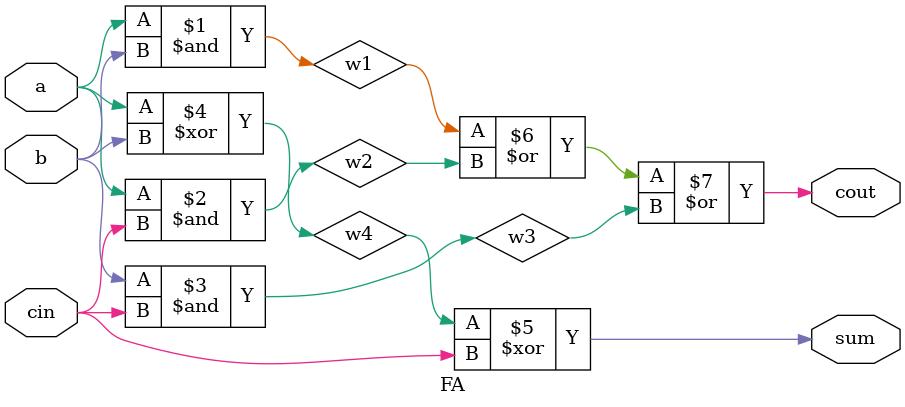
<source format=v>
module FA(
    input  a,
    input  b,
    input  cin, 
    output sum,
    output cout
);

	wire w1, w2, w3, w4, w5;

    and (w1, a, b);
    and (w2, a, cin);
    and (w3, b, cin);

    xor (w4, a, b);
    xor (sum, w4, cin);

    or (cout, w1, w2, w3);

endmodule
</source>
